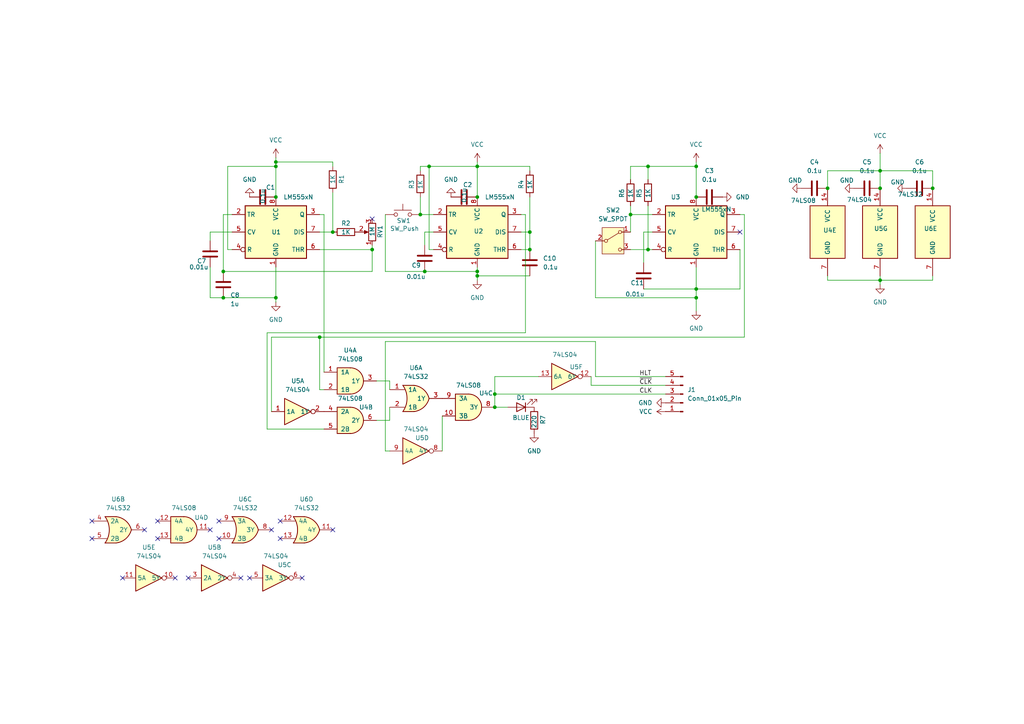
<source format=kicad_sch>
(kicad_sch (version 20231120) (generator "eeschema") (generator_version "8.0")
  (paper "A4")
  (title_block (title "8-bit Computer Clock Module") (date "2024-05-25") (rev "3.0") (company "NTropy"))
  (lib_symbols
    (symbol "74xx:74LS04"
      (property "Reference" "U" (at 0 1.27 0))
      (property "Value" "74LS04" (at 0 -1.27 0))
      (symbol "74LS04_1_0"
        (pin input line (at -7.62 0 0) (length 3.81) (name "1A") (number "1"))
        (pin output inverted (at 7.62 0 180) (length 3.81) (name "1Y") (number "2"))
      )
      (symbol "74LS04_2_0"
        (pin input line (at -7.62 0 0) (length 3.81) (name "2A") (number "3"))
        (pin output inverted (at 7.62 0 180) (length 3.81) (name "2Y") (number "4"))
      )
      (symbol "74LS04_3_0"
        (pin input line (at -7.62 0 0) (length 3.81) (name "3A") (number "5"))
        (pin output inverted (at 7.62 0 180) (length 3.81) (name "3Y") (number "6"))
      )
      (symbol "74LS04_4_0"
        (pin output inverted (at 7.62 0 180) (length 3.81) (name "4Y") (number "8"))
        (pin input line (at -7.62 0 0) (length 3.81) (name "4A") (number "9"))
      )
      (symbol "74LS04_5_0"
        (pin output inverted (at 7.62 0 180) (length 3.81) (name "5Y") (number "10"))
        (pin input line (at -7.62 0 0) (length 3.81) (name "5A") (number "11"))
      )
      (symbol "74LS04_6_0"
        (pin output inverted (at 7.62 0 180) (length 3.81) (name "6Y") (number "12"))
        (pin input line (at -7.62 0 0) (length 3.81) (name "6A") (number "13"))
      )
      (symbol "74LS04_7_0"
        (pin power_in line (at 0 12.7 270) (length 5.08) (name "VCC") (number "14"))
        (pin power_in line (at 0 -12.7 90) (length 5.08) (name "GND") (number "7"))
      )
    )
    (symbol "74xx:74LS08" (pin_names (offset 1.016))
      (property "Reference" "U" (at 0 1.27 0))
      (property "Value" "74LS08" (at 0 -1.27 0))
      (symbol "74LS08_1_1"
        (pin input line (at -7.62 2.54 0) (length 3.81) (name "1A") (number "1"))
        (pin input line (at -7.62 -2.54 0) (length 3.81) (name "1B") (number "2"))
        (pin output line (at 7.62 0 180) (length 3.81) (name "1Y") (number "3"))
      )
      (symbol "74LS08_1_2"
        (pin input inverted (at -7.62 2.54 0) (length 4.318) (name "~") (number "1"))
        (pin input inverted (at -7.62 -2.54 0) (length 4.318) (name "~") (number "2"))
        (pin output inverted (at 7.62 0 180) (length 3.81) (name "~") (number "3"))
      )
      (symbol "74LS08_2_1"
        (pin input line (at -7.62 2.54 0) (length 3.81) (name "2A") (number "4"))
        (pin input line (at -7.62 -2.54 0) (length 3.81) (name "2B") (number "5"))
        (pin input line (at 7.62 0 180) (length 3.81) (name "2Y") (number "6"))
      )
      (symbol "74LS08_2_2"
        (pin input inverted (at -7.62 2.54 0) (length 4.318) (name "~") (number "4"))
        (pin input inverted (at -7.62 -2.54 0) (length 4.318) (name "~") (number "5"))
        (pin output inverted (at 7.62 0 180) (length 3.81) (name "~") (number "6"))
      )
      (symbol "74LS08_3_1"
        (pin input line (at -7.62 -2.54 0) (length 3.81) (name "3B") (number "10"))
        (pin output line (at 7.62 0 180) (length 3.81) (name "3Y") (number "8"))
        (pin input line (at -7.62 2.54 0) (length 3.81) (name "3A") (number "9"))
      )
      (symbol "74LS08_3_2"
        (pin input inverted (at -7.62 -2.54 0) (length 4.318) (name "~") (number "10"))
        (pin output inverted (at 7.62 0 180) (length 3.81) (name "~") (number "8"))
        (pin input inverted (at -7.62 2.54 0) (length 4.318) (name "~") (number "9"))
      )
      (symbol "74LS08_4_1"
        (pin output line (at 7.62 0 180) (length 3.81) (name "4Y") (number "11"))
        (pin input line (at -7.62 2.54 0) (length 3.81) (name "4A") (number "12"))
        (pin input line (at -7.62 -2.54 0) (length 3.81) (name "4B") (number "13"))
      )
      (symbol "74LS08_4_2"
        (pin output inverted (at 7.62 0 180) (length 3.81) (name "~") (number "11"))
        (pin input inverted (at -7.62 2.54 0) (length 4.318) (name "~") (number "12"))
        (pin input inverted (at -7.62 -2.54 0) (length 4.318) (name "~") (number "13"))
      )
      (symbol "74LS08_5_0"
        (pin power_in line (at 0 12.7 270) (length 5.08) (name "VCC") (number "14"))
        (pin power_in line (at 0 -12.7 90) (length 5.08) (name "GND") (number "7"))
      )
    )
    (symbol "74xx:74LS32" (pin_names (offset 1.016))
      (property "Reference" "U" (at 0 1.27 0))
      (property "Value" "74LS32" (at 0 -1.27 0))
      (symbol "74LS32_1_1"
        (pin input line (at -7.62 2.54 0) (length 4.318) (name "1A") (number "1"))
        (pin input line (at -7.62 -2.54 0) (length 4.318) (name "1B") (number "2"))
        (pin output line (at 7.62 0 180) (length 3.81) (name "1Y") (number "3"))
      )
      (symbol "74LS32_1_2"
        (pin input inverted (at -7.62 2.54 0) (length 3.81) (name "~") (number "1"))
        (pin input inverted (at -7.62 -2.54 0) (length 3.81) (name "~") (number "2"))
        (pin output inverted (at 7.62 0 180) (length 3.81) (name "~") (number "3"))
      )
      (symbol "74LS32_2_1"
        (pin input line (at -7.62 2.54 0) (length 4.318) (name "2A") (number "4"))
        (pin input line (at -7.62 -2.54 0) (length 4.318) (name "2B") (number "5"))
        (pin output line (at 7.62 0 180) (length 3.81) (name "2Y") (number "6"))
      )
      (symbol "74LS32_2_2"
        (pin input inverted (at -7.62 2.54 0) (length 3.81) (name "~") (number "4"))
        (pin input inverted (at -7.62 -2.54 0) (length 3.81) (name "~") (number "5"))
        (pin output inverted (at 7.62 0 180) (length 3.81) (name "~") (number "6"))
      )
      (symbol "74LS32_3_1"
        (pin input line (at -7.62 -2.54 0) (length 4.318) (name "3B") (number "10"))
        (pin output line (at 7.62 0 180) (length 3.81) (name "3Y") (number "8"))
        (pin input line (at -7.62 2.54 0) (length 4.318) (name "3A") (number "9"))
      )
      (symbol "74LS32_3_2"
        (pin input inverted (at -7.62 -2.54 0) (length 3.81) (name "~") (number "10"))
        (pin output inverted (at 7.62 0 180) (length 3.81) (name "~") (number "8"))
        (pin input inverted (at -7.62 2.54 0) (length 3.81) (name "~") (number "9"))
      )
      (symbol "74LS32_4_1"
        (pin output line (at 7.62 0 180) (length 3.81) (name "4Y") (number "11"))
        (pin input line (at -7.62 2.54 0) (length 4.318) (name "4A") (number "12"))
        (pin input line (at -7.62 -2.54 0) (length 4.318) (name "4B") (number "13"))
      )
      (symbol "74LS32_4_2"
        (pin output inverted (at 7.62 0 180) (length 3.81) (name "~") (number "11"))
        (pin input inverted (at -7.62 2.54 0) (length 3.81) (name "~") (number "12"))
        (pin input inverted (at -7.62 -2.54 0) (length 3.81) (name "~") (number "13"))
      )
      (symbol "74LS32_5_0"
        (pin power_in line (at 0 12.7 270) (length 5.08) (name "VCC") (number "14"))
        (pin power_in line (at 0 -12.7 90) (length 5.08) (name "GND") (number "7"))
      )
    )
    (symbol "Connector:Conn_01x05_Pin" (pin_names (offset 1.016) hide)
      (property "Reference" "J" (at 0 7.62 0))
      (property "Value" "Conn_01x05_Pin" (at 0 -7.62 0))
      (symbol "Conn_01x05_Pin_1_1"
        (pin passive line (at 5.08 5.08 180) (length 3.81) (name "Pin_1") (number "1"))
        (pin passive line (at 5.08 2.54 180) (length 3.81) (name "Pin_2") (number "2"))
        (pin passive line (at 5.08 0 180) (length 3.81) (name "Pin_3") (number "3"))
        (pin passive line (at 5.08 -2.54 180) (length 3.81) (name "Pin_4") (number "4"))
        (pin passive line (at 5.08 -5.08 180) (length 3.81) (name "Pin_5") (number "5"))
      )
    )
    (symbol "Device:C" (pin_numbers hide) (pin_names (offset 0.254))
      (property "Reference" "C" (at 0.635 2.54 0))
      (property "Value" "C" (at 0.635 -2.54 0))
      (symbol "C_1_1"
        (pin passive line (at 0 3.81 270) (length 2.794) (name "~") (number "1"))
        (pin passive line (at 0 -3.81 90) (length 2.794) (name "~") (number "2"))
      )
    )
    (symbol "Device:LED" (pin_numbers hide) (pin_names (offset 1.016) hide)
      (property "Reference" "D" (at 0 2.54 0))
      (property "Value" "LED" (at 0 -2.54 0))
      (symbol "LED_1_1"
        (pin passive line (at -3.81 0 0) (length 2.54) (name "K") (number "1"))
        (pin passive line (at 3.81 0 180) (length 2.54) (name "A") (number "2"))
      )
    )
    (symbol "Device:R" (pin_numbers hide) (pin_names (offset 0))
      (property "Reference" "R" (at 2.032 0 90))
      (property "Value" "R" (at 0 0 90))
      (symbol "R_1_1"
        (pin passive line (at 0 3.81 270) (length 1.27) (name "~") (number "1"))
        (pin passive line (at 0 -3.81 90) (length 1.27) (name "~") (number "2"))
      )
    )
    (symbol "Device:R_Potentiometer" (pin_names (offset 1.016) hide)
      (property "Reference" "RV" (at -4.445 0 90))
      (property "Value" "R_Potentiometer" (at -2.54 0 90))
      (symbol "R_Potentiometer_1_1"
        (pin passive line (at 0 3.81 270) (length 1.27) (name "1") (number "1"))
        (pin passive line (at 3.81 0 180) (length 1.27) (name "2") (number "2"))
        (pin passive line (at 0 -3.81 90) (length 1.27) (name "3") (number "3"))
      )
    )
    (symbol "Switch:SW_Push" (pin_numbers hide) (pin_names (offset 1.016) hide)
      (property "Reference" "SW" (at 1.27 2.54 0))
      (property "Value" "SW_Push" (at 0 -1.524 0))
      (symbol "SW_Push_0_1"
        (pin passive line (at -5.08 0 0) (length 2.54) (name "1") (number "1"))
        (pin passive line (at 5.08 0 180) (length 2.54) (name "2") (number "2"))
      )
    )
    (symbol "Switch:SW_SPDT" (pin_names (offset 0) hide)
      (property "Reference" "SW" (at 0 5.08 0))
      (property "Value" "SW_SPDT" (at 0 -5.08 0))
      (symbol "SW_SPDT_1_1"
        (pin passive line (at 5.08 2.54 180) (length 2.54) (name "A") (number "1"))
        (pin passive line (at -5.08 0 0) (length 2.54) (name "B") (number "2"))
        (pin passive line (at 5.08 -2.54 180) (length 2.54) (name "C") (number "3"))
      )
    )
    (symbol "Timer:LM555xN"
      (property "Reference" "U" (at -10.16 8.89 0))
      (property "Value" "LM555xN" (at 2.54 8.89 0))
      (symbol "LM555xN_0_0"
        (pin power_in line (at 0 -10.16 90) (length 2.54) (name "GND") (number "1"))
        (pin power_in line (at 0 10.16 270) (length 2.54) (name "VCC") (number "8"))
      )
      (symbol "LM555xN_1_1"
        (pin input line (at -12.7 5.08 0) (length 3.81) (name "TR") (number "2"))
        (pin output line (at 12.7 5.08 180) (length 3.81) (name "Q") (number "3"))
        (pin input inverted (at -12.7 -5.08 0) (length 3.81) (name "R") (number "4"))
        (pin input line (at -12.7 0 0) (length 3.81) (name "CV") (number "5"))
        (pin input line (at 12.7 -5.08 180) (length 3.81) (name "THR") (number "6"))
        (pin input line (at 12.7 0 180) (length 3.81) (name "DIS") (number "7"))
      )
    )
    (symbol "power:GND" (power) (pin_numbers hide) (pin_names (offset 0) hide)
      (property "Value" "GND" (at 0 -3.81 0))
      (symbol "GND_1_1"
        (pin power_in line (at 0 0 270) (length 0) (name "~") (number "1"))
      )
    )
    (symbol "power:VCC" (power) (pin_numbers hide) (pin_names (offset 0) hide)
      (property "Value" "VCC" (at 0 3.556 0))
      (symbol "VCC_1_1"
        (pin power_in line (at 0 0 90) (length 0) (name "~") (number "1"))
      )
    )
  )
  (junction (at 64.77 78.74))
  (junction (at 255.27 81.28))
  (junction (at 201.93 86.36))
  (junction (at 64.77 86.36))
  (junction (at 80.01 46.99))
  (junction (at 124.46 48.26))
  (junction (at 107.95 72.39))
  (junction (at 153.67 72.39))
  (junction (at 182.88 62.23))
  (junction (at 121.92 62.23))
  (junction (at 138.43 57.15))
  (junction (at 143.51 118.11))
  (junction (at 201.93 48.26))
  (junction (at 153.67 67.31))
  (junction (at 138.43 80.01))
  (junction (at 143.51 114.3))
  (junction (at 80.01 86.36))
  (junction (at 138.43 78.74))
  (junction (at 123.19 78.74))
  (junction (at 201.93 83.82))
  (junction (at 187.96 48.26))
  (junction (at 80.01 48.26))
  (junction (at 240.03 54.61))
  (junction (at 255.27 49.53))
  (junction (at 138.43 48.26))
  (junction (at 92.71 97.79))
  (junction (at 255.27 54.61))
  (junction (at 201.93 57.15))
  (junction (at 187.96 72.39))
  (junction (at 80.01 57.15))
  (junction (at 270.51 54.61))
  (junction (at 96.52 67.31))
  (no_connect (at 54.61 167.64))
  (no_connect (at 87.63 167.64))
  (no_connect (at 81.28 151.13))
  (no_connect (at 69.85 167.64))
  (no_connect (at 26.67 151.13))
  (no_connect (at 107.95 63.5))
  (no_connect (at 50.8 167.64))
  (no_connect (at 96.52 153.67))
  (no_connect (at 41.91 153.67))
  (no_connect (at 26.67 156.21))
  (no_connect (at 63.5 156.21))
  (no_connect (at 60.96 153.67))
  (no_connect (at 35.56 167.64))
  (no_connect (at 214.63 67.31))
  (no_connect (at 63.5 151.13))
  (no_connect (at 45.72 151.13))
  (no_connect (at 81.28 156.21))
  (no_connect (at 45.72 156.21))
  (no_connect (at 72.39 167.64))
  (no_connect (at 78.74 153.67))
  (wire (pts (xy 93.98 62.23) (xy 93.98 107.95)))
  (wire (pts (xy 92.71 113.03) (xy 93.98 113.03)))
  (wire (pts (xy 125.73 72.39) (xy 124.46 72.39)))
  (wire (pts (xy 255.27 81.28) (xy 270.51 81.28)))
  (wire (pts (xy 143.51 109.22) (xy 156.21 109.22)))
  (wire (pts (xy 138.43 78.74) (xy 138.43 77.47)))
  (wire (pts (xy 186.69 67.31) (xy 186.69 76.2)))
  (wire (pts (xy 66.04 48.26) (xy 80.01 48.26)))
  (wire (pts (xy 143.51 118.11) (xy 147.32 118.11)))
  (wire (pts (xy 138.43 81.28) (xy 138.43 80.01)))
  (wire (pts (xy 152.4 62.23) (xy 152.4 96.52)))
  (wire (pts (xy 93.98 62.23) (xy 92.71 62.23)))
  (wire (pts (xy 153.67 57.15) (xy 153.67 67.31)))
  (wire (pts (xy 171.45 111.76) (xy 193.04 111.76)))
  (wire (pts (xy 240.03 49.53) (xy 240.03 54.61)))
  (wire (pts (xy 80.01 77.47) (xy 80.01 86.36)))
  (wire (pts (xy 138.43 80.01) (xy 138.43 78.74)))
  (wire (pts (xy 193.04 109.22) (xy 172.72 109.22)))
  (wire (pts (xy 172.72 86.36) (xy 201.93 86.36)))
  (wire (pts (xy 138.43 48.26) (xy 138.43 57.15)))
  (wire (pts (xy 64.77 62.23) (xy 67.31 62.23)))
  (wire (pts (xy 113.03 110.49) (xy 113.03 113.03)))
  (wire (pts (xy 121.92 48.26) (xy 121.92 49.53)))
  (wire (pts (xy 109.22 121.92) (xy 113.03 121.92)))
  (wire (pts (xy 111.76 130.81) (xy 113.03 130.81)))
  (wire (pts (xy 151.13 62.23) (xy 152.4 62.23)))
  (wire (pts (xy 187.96 48.26) (xy 201.93 48.26)))
  (wire (pts (xy 92.71 67.31) (xy 96.52 67.31)))
  (wire (pts (xy 96.52 48.26) (xy 96.52 46.99)))
  (wire (pts (xy 125.73 67.31) (xy 123.19 67.31)))
  (wire (pts (xy 66.04 72.39) (xy 66.04 48.26)))
  (wire (pts (xy 128.27 120.65) (xy 128.27 130.81)))
  (wire (pts (xy 121.92 57.15) (xy 121.92 62.23)))
  (wire (pts (xy 143.51 114.3) (xy 193.04 114.3)))
  (wire (pts (xy 121.92 62.23) (xy 125.73 62.23)))
  (wire (pts (xy 214.63 83.82) (xy 201.93 83.82)))
  (wire (pts (xy 96.52 46.99) (xy 80.01 46.99)))
  (wire (pts (xy 255.27 81.28) (xy 240.03 81.28)))
  (wire (pts (xy 201.93 77.47) (xy 201.93 83.82)))
  (wire (pts (xy 182.88 62.23) (xy 189.23 62.23)))
  (wire (pts (xy 201.93 46.99) (xy 201.93 48.26)))
  (wire (pts (xy 138.43 48.26) (xy 124.46 48.26)))
  (wire (pts (xy 138.43 46.99) (xy 138.43 48.26)))
  (wire (pts (xy 214.63 62.23) (xy 215.9 62.23)))
  (wire (pts (xy 182.88 59.69) (xy 182.88 62.23)))
  (wire (pts (xy 187.96 72.39) (xy 187.96 59.69)))
  (wire (pts (xy 182.88 52.07) (xy 182.88 48.26)))
  (wire (pts (xy 201.93 86.36) (xy 201.93 83.82)))
  (wire (pts (xy 107.95 71.12) (xy 107.95 72.39)))
  (wire (pts (xy 80.01 45.72) (xy 80.01 46.99)))
  (wire (pts (xy 214.63 72.39) (xy 214.63 83.82)))
  (wire (pts (xy 60.96 77.47) (xy 60.96 86.36)))
  (wire (pts (xy 80.01 46.99) (xy 80.01 48.26)))
  (wire (pts (xy 255.27 49.53) (xy 255.27 54.61)))
  (wire (pts (xy 182.88 62.23) (xy 182.88 67.31)))
  (wire (pts (xy 111.76 78.74) (xy 123.19 78.74)))
  (wire (pts (xy 270.51 81.28) (xy 270.51 80.01)))
  (wire (pts (xy 80.01 48.26) (xy 80.01 57.15)))
  (wire (pts (xy 124.46 48.26) (xy 121.92 48.26)))
  (wire (pts (xy 172.72 109.22) (xy 172.72 99.06)))
  (wire (pts (xy 255.27 44.45) (xy 255.27 49.53)))
  (wire (pts (xy 255.27 49.53) (xy 270.51 49.53)))
  (wire (pts (xy 152.4 96.52) (xy 77.47 96.52)))
  (wire (pts (xy 124.46 48.26) (xy 124.46 72.39)))
  (wire (pts (xy 111.76 99.06) (xy 111.76 130.81)))
  (wire (pts (xy 153.67 72.39) (xy 151.13 72.39)))
  (wire (pts (xy 111.76 62.23) (xy 111.76 78.74)))
  (wire (pts (xy 171.45 109.22) (xy 171.45 111.76)))
  (wire (pts (xy 182.88 48.26) (xy 187.96 48.26)))
  (wire (pts (xy 80.01 86.36) (xy 80.01 87.63)))
  (wire (pts (xy 270.51 49.53) (xy 270.51 54.61)))
  (wire (pts (xy 182.88 72.39) (xy 187.96 72.39)))
  (wire (pts (xy 77.47 96.52) (xy 77.47 124.46)))
  (wire (pts (xy 201.93 48.26) (xy 201.93 57.15)))
  (wire (pts (xy 172.72 69.85) (xy 172.72 86.36)))
  (wire (pts (xy 215.9 97.79) (xy 92.71 97.79)))
  (wire (pts (xy 138.43 48.26) (xy 153.67 48.26)))
  (wire (pts (xy 189.23 67.31) (xy 186.69 67.31)))
  (wire (pts (xy 186.69 83.82) (xy 201.93 83.82)))
  (wire (pts (xy 107.95 72.39) (xy 92.71 72.39)))
  (wire (pts (xy 153.67 67.31) (xy 151.13 67.31)))
  (wire (pts (xy 64.77 78.74) (xy 64.77 62.23)))
  (wire (pts (xy 96.52 55.88) (xy 96.52 67.31)))
  (wire (pts (xy 64.77 78.74) (xy 107.95 78.74)))
  (wire (pts (xy 215.9 62.23) (xy 215.9 97.79)))
  (wire (pts (xy 107.95 72.39) (xy 107.95 78.74)))
  (wire (pts (xy 240.03 81.28) (xy 240.03 80.01)))
  (wire (pts (xy 255.27 49.53) (xy 240.03 49.53)))
  (wire (pts (xy 109.22 110.49) (xy 113.03 110.49)))
  (wire (pts (xy 172.72 99.06) (xy 111.76 99.06)))
  (wire (pts (xy 123.19 78.74) (xy 138.43 78.74)))
  (wire (pts (xy 67.31 72.39) (xy 66.04 72.39)))
  (wire (pts (xy 123.19 67.31) (xy 123.19 71.12)))
  (wire (pts (xy 143.51 114.3) (xy 143.51 109.22)))
  (wire (pts (xy 255.27 81.28) (xy 255.27 82.55)))
  (wire (pts (xy 255.27 80.01) (xy 255.27 81.28)))
  (wire (pts (xy 60.96 67.31) (xy 67.31 67.31)))
  (wire (pts (xy 60.96 69.85) (xy 60.96 67.31)))
  (wire (pts (xy 92.71 97.79) (xy 78.74 97.79)))
  (wire (pts (xy 153.67 72.39) (xy 153.67 67.31)))
  (wire (pts (xy 60.96 86.36) (xy 64.77 86.36)))
  (wire (pts (xy 77.47 124.46) (xy 93.98 124.46)))
  (wire (pts (xy 187.96 52.07) (xy 187.96 48.26)))
  (wire (pts (xy 78.74 97.79) (xy 78.74 119.38)))
  (wire (pts (xy 138.43 80.01) (xy 153.67 80.01)))
  (wire (pts (xy 189.23 72.39) (xy 187.96 72.39)))
  (wire (pts (xy 64.77 86.36) (xy 80.01 86.36)))
  (wire (pts (xy 143.51 118.11) (xy 143.51 114.3)))
  (wire (pts (xy 113.03 121.92) (xy 113.03 118.11)))
  (wire (pts (xy 92.71 97.79) (xy 92.71 113.03)))
  (wire (pts (xy 153.67 49.53) (xy 153.67 48.26)))
  (wire (pts (xy 201.93 90.17) (xy 201.93 86.36)))
  (label "CLK" (at 185.42 114.3 0))
  (label "~{CLK}" (at 185.42 111.76 0))
  (label "HLT" (at 185.42 109.22 0))
  (symbol (lib_id "Device:R") (at 121.92 53.34 0) (unit 1)
    (property "Reference" "R3" (at 119.38 54.864 90) (effects (justify left)))
    (property "Value" "1K" (at 121.92 54.864 90) (effects (justify left)))
    (property "Footprint" "Resistor_THT:R_Axial_DIN0204_L3.6mm_D1.6mm_P2.54mm_Vertical" (effects (hide yes)))
    (property "Description" "Resistor" (effects (hide yes)))
    (property "Sim.Device" "R" (effects (hide yes)))
    (property "Sim.Pins" "1=+ 2=-" (effects (hide yes)))
  )
  (symbol (lib_id "Device:R_Potentiometer") (at 107.95 67.31 180) (unit 1)
    (property "Reference" "RV1" (at 110.236 69.088 90) (effects (justify right)))
    (property "Value" "1M" (at 107.95 68.58 90) (effects (justify right)))
    (property "Footprint" "Potentiometer_THT:Potentiometer_Alpha_RD901F-40-00D_Single_Vertical" (effects (hide yes)))
    (property "Description" "Potentiometer" (effects (hide yes)))
    (property "Sim.Device" "R" (effects (hide yes)))
    (property "Sim.Pins" "1=- 2=+" (effects (hide yes)))
    (property "Sim.Params" "r=1M" (effects (hide yes)))
  )
  (symbol (lib_id "Device:C") (at 251.46 54.61 90) (unit 1)
    (property "Reference" "C5" (at 251.46 46.99 90))
    (property "Value" "0.1u" (at 251.46 49.53 90))
    (property "Footprint" "Capacitor_THT:C_Disc_D3.0mm_W1.6mm_P2.50mm" (effects (hide yes)))
    (property "Description" "Unpolarized capacitor" (effects (hide yes)))
    (property "Sim.Device" "C" (effects (hide yes)))
    (property "Sim.Pins" "1=+ 2=-" (effects (hide yes)))
  )
  (symbol (lib_id "Device:C") (at 186.69 80.01 0) (unit 1)
    (property "Reference" "C11" (at 182.88 82.042 0) (effects (justify left)))
    (property "Value" "0.01u" (at 181.356 85.344 0) (effects (justify left)))
    (property "Footprint" "Capacitor_THT:C_Disc_D3.0mm_W1.6mm_P2.50mm" (effects (hide yes)))
    (property "Description" "Unpolarized capacitor" (effects (hide yes)))
    (property "Sim.Device" "C" (effects (hide yes)))
    (property "Sim.Pins" "1=+ 2=-" (effects (hide yes)))
  )
  (symbol (lib_id "power:VCC") (at 80.01 45.72 0) (unit 1)
    (property "Reference" "#PWR01" (effects (hide yes)))
    (property "Value" "VCC" (at 80.01 40.64 0))
    (property "Description" "Power symbol creates a global label with name \"VCC\"" (effects (hide yes)))
  )
  (symbol (lib_id "Device:C") (at 60.96 73.66 0) (unit 1)
    (property "Reference" "C7" (at 57.15 75.692 0) (effects (justify left)))
    (property "Value" "0.01u" (at 54.864 77.47 0) (effects (justify left)))
    (property "Footprint" "Capacitor_THT:C_Disc_D3.0mm_W1.6mm_P2.50mm" (effects (hide yes)))
    (property "Description" "Unpolarized capacitor" (effects (hide yes)))
    (property "Sim.Device" "C" (effects (hide yes)))
    (property "Sim.Pins" "1=+ 2=-" (effects (hide yes)))
  )
  (symbol (lib_id "74xx:74LS04") (at 163.83 109.22 0) (unit 6)
    (property "Reference" "U5" (at 167.132 106.426 0))
    (property "Value" "74LS04" (at 163.83 102.87 0))
    (property "Footprint" "Package_DIP:DIP-14_W7.62mm_Socket" (effects (hide yes)))
    (property "Datasheet" "http://www.ti.com/lit/gpn/sn74LS04" (effects (hide yes)))
    (property "Description" "Hex Inverter" (effects (hide yes)))
    (property "Sim.Library" "D:\\Documents\\Circuits\\8bc\\8bc_clock\\lib\\sn74ls04.cir" (effects (hide yes)))
    (property "Sim.Name" "SN74LS04" (effects (hide yes)))
    (property "Sim.Device" "SUBCKT" (effects (hide yes)))
    (property "Sim.Pins" "1=1A 2=1Y 3=2A 4=2Y 5=3A 6=3Y 7=GND 8=4Y 9=4A 10=5Y 11=5A 12=6Y 13=6A 14=VCC" (effects (hide yes)))
  )
  (symbol (lib_id "power:GND") (at 138.43 81.28 0) (unit 1)
    (property "Reference" "#PWR05" (effects (hide yes)))
    (property "Value" "GND" (at 138.43 86.36 0))
    (property "Description" "Power symbol creates a global label with name \"GND\" , ground" (effects (hide yes)))
  )
  (symbol (lib_id "power:GND") (at 193.04 116.84 270) (unit 1)
    (property "Reference" "#PWR011" (effects (hide yes)))
    (property "Value" "GND" (at 189.23 116.8399 90) (effects (justify right)))
    (property "Description" "Power symbol creates a global label with name \"GND\" , ground" (effects (hide yes)))
  )
  (symbol (lib_id "power:GND") (at 154.94 125.73 0) (unit 1)
    (property "Reference" "#PWR09" (effects (hide yes)))
    (property "Value" "GND" (at 154.94 130.81 0))
    (property "Description" "Power symbol creates a global label with name \"GND\" , ground" (effects (hide yes)))
  )
  (symbol (lib_id "74xx:74LS04") (at 120.65 130.81 0) (unit 4)
    (property "Reference" "U5" (at 122.428 127 0))
    (property "Value" "74LS04" (at 120.65 124.46 0))
    (property "Footprint" "Package_DIP:DIP-14_W7.62mm_Socket" (effects (hide yes)))
    (property "Datasheet" "http://www.ti.com/lit/gpn/sn74LS04" (effects (hide yes)))
    (property "Description" "Hex Inverter" (effects (hide yes)))
    (property "Sim.Library" "D:\\Documents\\Circuits\\8bc\\8bc_clock\\lib\\sn74ls04.cir" (effects (hide yes)))
    (property "Sim.Name" "SN74LS04" (effects (hide yes)))
    (property "Sim.Device" "SUBCKT" (effects (hide yes)))
    (property "Sim.Pins" "1=1A 2=1Y 3=2A 4=2Y 5=3A 6=3Y 7=GND 8=4Y 9=4A 10=5Y 11=5A 12=6Y 13=6A 14=VCC" (effects (hide yes)))
  )
  (symbol (lib_id "74xx:74LS04") (at 62.23 167.64 0) (unit 2)
    (property "Reference" "U5" (at 62.23 158.75 0))
    (property "Value" "74LS04" (at 62.23 161.29 0))
    (property "Footprint" "Package_DIP:DIP-14_W7.62mm_Socket" (effects (hide yes)))
    (property "Datasheet" "http://www.ti.com/lit/gpn/sn74LS04" (effects (hide yes)))
    (property "Description" "Hex Inverter" (effects (hide yes)))
    (property "Sim.Library" "D:\\Documents\\Circuits\\8bc\\8bc_clock\\lib\\sn74ls04.cir" (effects (hide yes)))
    (property "Sim.Name" "SN74LS04" (effects (hide yes)))
    (property "Sim.Device" "SUBCKT" (effects (hide yes)))
    (property "Sim.Pins" "1=1A 2=1Y 3=2A 4=2Y 5=3A 6=3Y 7=GND 8=4Y 9=4A 10=5Y 11=5A 12=6Y 13=6A 14=VCC" (effects (hide yes)))
  )
  (symbol (lib_id "74xx:74LS04") (at 255.27 67.31 0) (unit 7)
    (property "Reference" "U5" (at 253.492 66.294 0) (effects (justify left)))
    (property "Value" "74LS04" (at 245.618 57.912 0) (effects (justify left)))
    (property "Footprint" "Package_DIP:DIP-14_W7.62mm_Socket" (effects (hide yes)))
    (property "Datasheet" "http://www.ti.com/lit/gpn/sn74LS04" (effects (hide yes)))
    (property "Description" "Hex Inverter" (effects (hide yes)))
    (property "Sim.Library" "D:\\Documents\\Circuits\\8bc\\8bc_clock\\lib\\sn74ls04.cir" (effects (hide yes)))
    (property "Sim.Name" "SN74LS04" (effects (hide yes)))
    (property "Sim.Device" "SUBCKT" (effects (hide yes)))
    (property "Sim.Pins" "1=1A 2=1Y 3=2A 4=2Y 5=3A 6=3Y 7=GND 8=4Y 9=4A 10=5Y 11=5A 12=6Y 13=6A 14=VCC" (effects (hide yes)))
  )
  (symbol (lib_id "Device:R") (at 153.67 53.34 0) (unit 1)
    (property "Reference" "R4" (at 151.13 54.864 90) (effects (justify left)))
    (property "Value" "1K" (at 153.67 54.864 90) (effects (justify left)))
    (property "Footprint" "Resistor_THT:R_Axial_DIN0204_L3.6mm_D1.6mm_P2.54mm_Vertical" (effects (hide yes)))
    (property "Description" "Resistor" (effects (hide yes)))
    (property "Sim.Device" "R" (effects (hide yes)))
    (property "Sim.Pins" "1=+ 2=-" (effects (hide yes)))
  )
  (symbol (lib_id "74xx:74LS08") (at 135.89 118.11 0) (unit 3)
    (property "Reference" "U4" (at 140.97 114.046 0))
    (property "Value" "74LS08" (at 135.8817 111.76 0))
    (property "Footprint" "Package_DIP:DIP-14_W7.62mm_Socket" (effects (hide yes)))
    (property "Datasheet" "http://www.ti.com/lit/gpn/sn74LS08" (effects (hide yes)))
    (property "Description" "Quad And2" (effects (hide yes)))
    (property "Sim.Library" "D:\\Documents\\Circuits\\8bc\\8bc_clock\\lib\\sn74ls08.cir" (effects (hide yes)))
    (property "Sim.Name" "SN74LS08" (effects (hide yes)))
    (property "Sim.Device" "SUBCKT" (effects (hide yes)))
    (property "Sim.Pins" "1=1A 2=1B 3=1Y 4=2A 5=2B 6=2Y 7=GND 8=3Y 9=3A 10=3B 11=4Y 12=4A 13=4B 14=VCC" (effects (hide yes)))
  )
  (symbol (lib_id "Device:C") (at 205.74 57.15 270) (unit 1)
    (property "Reference" "C3" (at 205.74 49.53 90))
    (property "Value" "0.1u" (at 205.74 52.07 90))
    (property "Footprint" "Capacitor_THT:C_Disc_D3.0mm_W1.6mm_P2.50mm" (effects (hide yes)))
    (property "Description" "Unpolarized capacitor" (effects (hide yes)))
    (property "Sim.Device" "C" (effects (hide yes)))
    (property "Sim.Pins" "1=+ 2=-" (effects (hide yes)))
  )
  (symbol (lib_id "power:GND") (at 247.65 54.61 270) (unit 1)
    (property "Reference" "#PWR014" (effects (hide yes)))
    (property "Value" "GND" (at 247.65 52.324 90) (effects (justify right)))
    (property "Description" "Power symbol creates a global label with name \"GND\" , ground" (effects (hide yes)))
  )
  (symbol (lib_id "Connector:Conn_01x05_Pin") (at 198.12 114.3 180) (unit 1) (exclude_from_sim yes)
    (property "Reference" "J1" (at 199.39 113.0299 0) (effects (justify right)))
    (property "Value" "Conn_01x05_Pin" (at 199.39 115.5699 0) (effects (justify right)))
    (property "Footprint" "Connector_PinHeader_2.00mm:PinHeader_1x05_P2.00mm_Vertical" (effects (hide yes)))
    (property "Description" "Generic connector, single row, 01x05, script generated" (effects (hide yes)))
  )
  (symbol (lib_id "74xx:74LS32") (at 34.29 153.67 0) (unit 2)
    (property "Reference" "U6" (at 34.29 144.78 0))
    (property "Value" "74LS32" (at 34.29 147.32 0))
    (property "Footprint" "Package_DIP:DIP-14_W7.62mm_Socket" (effects (hide yes)))
    (property "Datasheet" "http://www.ti.com/lit/gpn/sn74LS32" (effects (hide yes)))
    (property "Description" "Quad 2-input OR" (effects (hide yes)))
    (property "Sim.Library" "D:\\Documents\\Circuits\\8bc\\8bc_clock\\lib\\sn74ls32.cir" (effects (hide yes)))
    (property "Sim.Name" "SN74LS32" (effects (hide yes)))
    (property "Sim.Device" "SUBCKT" (effects (hide yes)))
    (property "Sim.Pins" "1=1A 2=1B 3=1Y 4=2A 5=2B 6=2Y 7=GND 8=3Y 9=3A 10=3B 11=4Y 12=4A 13=4B 14=VCC" (effects (hide yes)))
  )
  (symbol (lib_id "74xx:74LS32") (at 270.51 67.31 0) (unit 5)
    (property "Reference" "U6" (at 267.97 66.294 0) (effects (justify left)))
    (property "Value" "74LS32" (at 260.35 56.388 0) (effects (justify left)))
    (property "Footprint" "Package_DIP:DIP-14_W7.62mm_Socket" (effects (hide yes)))
    (property "Datasheet" "http://www.ti.com/lit/gpn/sn74LS32" (effects (hide yes)))
    (property "Description" "Quad 2-input OR" (effects (hide yes)))
    (property "Sim.Library" "D:\\Documents\\Circuits\\8bc\\8bc_clock\\lib\\sn74ls32.cir" (effects (hide yes)))
    (property "Sim.Name" "SN74LS32" (effects (hide yes)))
    (property "Sim.Device" "SUBCKT" (effects (hide yes)))
    (property "Sim.Pins" "1=1A 2=1B 3=1Y 4=2A 5=2B 6=2Y 7=GND 8=3Y 9=3A 10=3B 11=4Y 12=4A 13=4B 14=VCC" (effects (hide yes)))
  )
  (symbol (lib_id "Device:R") (at 182.88 55.88 0) (unit 1)
    (property "Reference" "R6" (at 180.34 57.404 90) (effects (justify left)))
    (property "Value" "1K" (at 182.88 57.404 90) (effects (justify left)))
    (property "Footprint" "Resistor_THT:R_Axial_DIN0204_L3.6mm_D1.6mm_P2.54mm_Vertical" (effects (hide yes)))
    (property "Description" "Resistor" (effects (hide yes)))
    (property "Sim.Device" "R" (effects (hide yes)))
    (property "Sim.Pins" "1=+ 2=-" (effects (hide yes)))
  )
  (symbol (lib_id "Device:C") (at 153.67 76.2 0) (unit 1)
    (property "Reference" "C10" (at 157.48 74.9299 0) (effects (justify left)))
    (property "Value" "0.1u" (at 157.48 77.4699 0) (effects (justify left)))
    (property "Footprint" "Capacitor_THT:C_Disc_D3.0mm_W1.6mm_P2.50mm" (effects (hide yes)))
    (property "Description" "Unpolarized capacitor" (effects (hide yes)))
    (property "Sim.Device" "C" (effects (hide yes)))
    (property "Sim.Pins" "1=+ 2=-" (effects (hide yes)))
  )
  (symbol (lib_id "power:VCC") (at 201.93 46.99 0) (unit 1)
    (property "Reference" "#PWR03" (effects (hide yes)))
    (property "Value" "VCC" (at 201.93 41.91 0))
    (property "Description" "Power symbol creates a global label with name \"VCC\"" (effects (hide yes)))
  )
  (symbol (lib_id "Device:C") (at 64.77 82.55 0) (unit 1)
    (property "Reference" "C8" (at 66.802 85.598 0) (effects (justify left)))
    (property "Value" "1u" (at 66.802 88.138 0) (effects (justify left)))
    (property "Footprint" "Capacitor_THT:C_Disc_D3.0mm_W1.6mm_P2.50mm" (effects (hide yes)))
    (property "Description" "Unpolarized capacitor" (effects (hide yes)))
    (property "Sim.Device" "C" (effects (hide yes)))
    (property "Sim.Pins" "1=+ 2=-" (effects (hide yes)))
  )
  (symbol (lib_id "Device:C") (at 76.2 57.15 90) (unit 1)
    (property "Reference" "C1" (at 78.486 54.356 90))
    (property "Value" "0.1u" (at 76.2 56.896 0))
    (property "Footprint" "Capacitor_THT:C_Disc_D3.0mm_W1.6mm_P2.50mm" (effects (hide yes)))
    (property "Description" "Unpolarized capacitor" (effects (hide yes)))
    (property "Sim.Device" "C" (effects (hide yes)))
    (property "Sim.Pins" "1=+ 2=-" (effects (hide yes)))
  )
  (symbol (lib_id "74xx:74LS08") (at 240.03 67.31 0) (unit 5)
    (property "Reference" "U4" (at 238.76 66.802 0) (effects (justify left)))
    (property "Value" "74LS08" (at 229.362 58.166 0) (effects (justify left)))
    (property "Footprint" "Package_DIP:DIP-14_W7.62mm_Socket" (effects (hide yes)))
    (property "Datasheet" "http://www.ti.com/lit/gpn/sn74LS08" (effects (hide yes)))
    (property "Description" "Quad And2" (effects (hide yes)))
    (property "Sim.Library" "D:\\Documents\\Circuits\\8bc\\8bc_clock\\lib\\sn74ls08.cir" (effects (hide yes)))
    (property "Sim.Name" "SN74LS08" (effects (hide yes)))
    (property "Sim.Device" "SUBCKT" (effects (hide yes)))
    (property "Sim.Pins" "1=1A 2=1B 3=1Y 4=2A 5=2B 6=2Y 7=GND 8=3Y 9=3A 10=3B 11=4Y 12=4A 13=4B 14=VCC" (effects (hide yes)))
  )
  (symbol (lib_id "Device:LED") (at 151.13 118.11 180) (unit 1) (exclude_from_sim yes)
    (property "Reference" "D1" (at 151.13 115.316 0))
    (property "Value" "BLUE	" (at 153.67 121.158 0))
    (property "Footprint" "LED_THT:LED_D3.0mm" (effects (hide yes)))
    (property "Description" "Light emitting diode" (effects (hide yes)))
  )
  (symbol (lib_id "Device:R") (at 96.52 52.07 0) (unit 1)
    (property "Reference" "R1" (at 99.06 53.34 90) (effects (justify left)))
    (property "Value" "1K" (at 96.52 53.34 90) (effects (justify left)))
    (property "Footprint" "Resistor_THT:R_Axial_DIN0204_L3.6mm_D1.6mm_P2.54mm_Vertical" (effects (hide yes)))
    (property "Description" "Resistor" (effects (hide yes)))
    (property "Sim.Device" "R" (effects (hide yes)))
    (property "Sim.Pins" "1=+ 2=-" (effects (hide yes)))
  )
  (symbol (lib_id "power:VCC") (at 255.27 44.45 0) (unit 1)
    (property "Reference" "#PWR07" (effects (hide yes)))
    (property "Value" "VCC" (at 255.27 39.37 0))
    (property "Description" "Power symbol creates a global label with name \"VCC\"" (effects (hide yes)))
  )
  (symbol (lib_id "power:GND") (at 209.55 57.15 90) (unit 1)
    (property "Reference" "#PWR012" (effects (hide yes)))
    (property "Value" "GND" (at 213.36 57.1499 90) (effects (justify right)))
    (property "Description" "Power symbol creates a global label with name \"GND\" , ground" (effects (hide yes)))
  )
  (symbol (lib_id "power:GND") (at 130.81 57.15 180) (unit 1)
    (property "Reference" "#PWR016" (effects (hide yes)))
    (property "Value" "GND" (at 130.81 52.07 0))
    (property "Description" "Power symbol creates a global label with name \"GND\" , ground" (effects (hide yes)))
  )
  (symbol (lib_id "power:GND") (at 232.41 54.61 270) (unit 1)
    (property "Reference" "#PWR013" (effects (hide yes)))
    (property "Value" "GND" (at 232.664 52.324 90) (effects (justify right)))
    (property "Description" "Power symbol creates a global label with name \"GND\" , ground" (effects (hide yes)))
  )
  (symbol (lib_id "Timer:LM555xN") (at 138.43 67.31 0) (unit 1)
    (property "Reference" "U2" (at 137.414 67.056 0) (effects (justify left)))
    (property "Value" "LM555xN" (at 140.6241 57.15 0) (effects (justify left)))
    (property "Footprint" "Package_DIP:DIP-8_W7.62mm" (effects (hide yes)))
    (property "Datasheet" "http://www.ti.com/lit/ds/symlink/lm555.pdf" (effects (hide yes)))
    (property "Description" "Timer, 555 compatible, PDIP-8" (effects (hide yes)))
    (property "Sim.Library" "D:\\Documents\\Circuits\\8bc\\8bc_clock\\lib\\lm555n.cir" (effects (hide yes)))
    (property "Sim.Name" "LM555N" (effects (hide yes)))
    (property "Sim.Device" "SUBCKT" (effects (hide yes)))
    (property "Sim.Pins" "1=GND 2=TR 3=Q 4=R 5=CV 6=THR 7=DIS 8=VCC" (effects (hide yes)))
  )
  (symbol (lib_id "power:GND") (at 262.89 54.61 270) (unit 1)
    (property "Reference" "#PWR015" (effects (hide yes)))
    (property "Value" "GND" (at 262.382 52.832 90) (effects (justify right)))
    (property "Description" "Power symbol creates a global label with name \"GND\" , ground" (effects (hide yes)))
  )
  (symbol (lib_id "Timer:LM555xN") (at 80.01 67.31 0) (unit 1)
    (property "Reference" "U1" (at 78.74 67.31 0) (effects (justify left)))
    (property "Value" "LM555xN" (at 82.2041 57.15 0) (effects (justify left)))
    (property "Footprint" "Package_DIP:DIP-8_W7.62mm" (effects (hide yes)))
    (property "Datasheet" "http://www.ti.com/lit/ds/symlink/lm555.pdf" (effects (hide yes)))
    (property "Description" "Timer, 555 compatible, PDIP-8" (effects (hide yes)))
    (property "Sim.Library" "D:\\Documents\\Circuits\\8bc\\8bc_clock\\lib\\lm555n.cir" (effects (hide yes)))
    (property "Sim.Name" "LM555N" (effects (hide yes)))
    (property "Sim.Device" "SUBCKT" (effects (hide yes)))
    (property "Sim.Pins" "1=GND 2=TR 3=Q 4=R 5=CV 6=THR 7=DIS 8=VCC" (effects (hide yes)))
  )
  (symbol (lib_id "Switch:SW_Push") (at 116.84 62.23 0) (unit 1) (exclude_from_sim yes)
    (property "Reference" "SW1" (at 117.094 64.008 0))
    (property "Value" "SW_Push" (at 117.348 66.294 0))
    (property "Footprint" "Button_Switch_THT:SW_PUSH_1P1T_6x3.5mm_H5.0_APEM_MJTP1250" (effects (hide yes)))
    (property "Description" "Push button switch, generic, two pins" (effects (hide yes)))
    (property "Sim.Device" "SW" (effects (hide yes)))
    (property "Sim.Type" "V" (effects (hide yes)))
    (property "Sim.Pins" "1=ctrl+ 2=ctrl-" (effects (hide yes)))
  )
  (symbol (lib_id "74xx:74LS08") (at 101.6 110.49 0) (unit 1)
    (property "Reference" "U4" (at 101.5917 101.6 0))
    (property "Value" "74LS08" (at 101.5917 104.14 0))
    (property "Footprint" "Package_DIP:DIP-14_W7.62mm_Socket" (effects (hide yes)))
    (property "Datasheet" "http://www.ti.com/lit/gpn/sn74LS08" (effects (hide yes)))
    (property "Description" "Quad And2" (effects (hide yes)))
    (property "Sim.Library" "D:\\Documents\\Circuits\\8bc\\8bc_clock\\lib\\sn74ls08.cir" (effects (hide yes)))
    (property "Sim.Name" "SN74LS08" (effects (hide yes)))
    (property "Sim.Device" "SUBCKT" (effects (hide yes)))
    (property "Sim.Pins" "1=1A 2=1B 3=1Y 4=2A 5=2B 6=2Y 7=GND 8=3Y 9=3A 10=3B 11=4Y 12=4A 13=4B 14=VCC" (effects (hide yes)))
  )
  (symbol (lib_id "74xx:74LS08") (at 53.34 153.67 0) (unit 4)
    (property "Reference" "U4" (at 58.42 150.114 0))
    (property "Value" "74LS08" (at 53.3317 147.32 0))
    (property "Footprint" "Package_DIP:DIP-14_W7.62mm_Socket" (effects (hide yes)))
    (property "Datasheet" "http://www.ti.com/lit/gpn/sn74LS08" (effects (hide yes)))
    (property "Description" "Quad And2" (effects (hide yes)))
    (property "Sim.Library" "D:\\Documents\\Circuits\\8bc\\8bc_clock\\lib\\sn74ls08.cir" (effects (hide yes)))
    (property "Sim.Name" "SN74LS08" (effects (hide yes)))
    (property "Sim.Device" "SUBCKT" (effects (hide yes)))
    (property "Sim.Pins" "1=1A 2=1B 3=1Y 4=2A 5=2B 6=2Y 7=GND 8=3Y 9=3A 10=3B 11=4Y 12=4A 13=4B 14=VCC" (effects (hide yes)))
  )
  (symbol (lib_id "Device:C") (at 134.62 57.15 90) (unit 1)
    (property "Reference" "C2" (at 135.636 53.594 90))
    (property "Value" "0.1u" (at 134.62 56.642 0))
    (property "Footprint" "Capacitor_THT:C_Disc_D3.0mm_W1.6mm_P2.50mm" (effects (hide yes)))
    (property "Description" "Unpolarized capacitor" (effects (hide yes)))
    (property "Sim.Device" "C" (effects (hide yes)))
    (property "Sim.Pins" "1=+ 2=-" (effects (hide yes)))
  )
  (symbol (lib_id "power:GND") (at 72.39 57.15 180) (unit 1)
    (property "Reference" "#PWR017" (effects (hide yes)))
    (property "Value" "GND" (at 72.39 52.07 0))
    (property "Description" "Power symbol creates a global label with name \"GND\" , ground" (effects (hide yes)))
  )
  (symbol (lib_id "power:GND") (at 255.27 82.55 0) (unit 1)
    (property "Reference" "#PWR08" (effects (hide yes)))
    (property "Value" "GND" (at 255.27 87.63 0))
    (property "Description" "Power symbol creates a global label with name \"GND\" , ground" (effects (hide yes)))
  )
  (symbol (lib_id "power:VCC") (at 138.43 46.99 0) (unit 1)
    (property "Reference" "#PWR02" (effects (hide yes)))
    (property "Value" "VCC" (at 138.43 41.91 0))
    (property "Description" "Power symbol creates a global label with name \"VCC\"" (effects (hide yes)))
  )
  (symbol (lib_id "74xx:74LS04") (at 86.36 119.38 0) (unit 1)
    (property "Reference" "U5" (at 86.36 110.49 0))
    (property "Value" "74LS04" (at 86.36 113.03 0))
    (property "Footprint" "Package_DIP:DIP-14_W7.62mm_Socket" (effects (hide yes)))
    (property "Datasheet" "http://www.ti.com/lit/gpn/sn74LS04" (effects (hide yes)))
    (property "Description" "Hex Inverter" (effects (hide yes)))
    (property "Sim.Library" "D:\\Documents\\Circuits\\8bc\\8bc_clock\\lib\\sn74ls04.cir" (effects (hide yes)))
    (property "Sim.Name" "SN74LS04" (effects (hide yes)))
    (property "Sim.Device" "SUBCKT" (effects (hide yes)))
    (property "Sim.Pins" "1=1A 2=1Y 3=2A 4=2Y 5=3A 6=3Y 7=GND 8=4Y 9=4A 10=5Y 11=5A 12=6Y 13=6A 14=VCC" (effects (hide yes)))
  )
  (symbol (lib_id "power:GND") (at 80.01 87.63 0) (unit 1)
    (property "Reference" "#PWR04" (effects (hide yes)))
    (property "Value" "GND" (at 80.01 92.71 0))
    (property "Description" "Power symbol creates a global label with name \"GND\" , ground" (effects (hide yes)))
  )
  (symbol (lib_id "Device:C") (at 236.22 54.61 90) (unit 1)
    (property "Reference" "C4" (at 236.22 46.99 90))
    (property "Value" "0.1u" (at 236.22 49.53 90))
    (property "Footprint" "Capacitor_THT:C_Disc_D3.0mm_W1.6mm_P2.50mm" (effects (hide yes)))
    (property "Description" "Unpolarized capacitor" (effects (hide yes)))
    (property "Sim.Device" "C" (effects (hide yes)))
    (property "Sim.Pins" "1=+ 2=-" (effects (hide yes)))
  )
  (symbol (lib_id "Device:R") (at 100.33 67.31 90) (unit 1)
    (property "Reference" "R2" (at 100.33 64.77 90))
    (property "Value" "1K" (at 100.33 67.31 90))
    (property "Footprint" "Resistor_THT:R_Axial_DIN0204_L3.6mm_D1.6mm_P2.54mm_Vertical" (effects (hide yes)))
    (property "Description" "Resistor" (effects (hide yes)))
    (property "Sim.Device" "R" (effects (hide yes)))
    (property "Sim.Pins" "1=+ 2=-" (effects (hide yes)))
  )
  (symbol (lib_id "74xx:74LS04") (at 80.01 167.64 0) (unit 3)
    (property "Reference" "U5" (at 82.55 163.83 0))
    (property "Value" "74LS04" (at 80.01 161.29 0))
    (property "Footprint" "Package_DIP:DIP-14_W7.62mm_Socket" (effects (hide yes)))
    (property "Datasheet" "http://www.ti.com/lit/gpn/sn74LS04" (effects (hide yes)))
    (property "Description" "Hex Inverter" (effects (hide yes)))
    (property "Sim.Library" "D:\\Documents\\Circuits\\8bc\\8bc_clock\\lib\\sn74ls04.cir" (effects (hide yes)))
    (property "Sim.Name" "SN74LS04" (effects (hide yes)))
    (property "Sim.Device" "SUBCKT" (effects (hide yes)))
    (property "Sim.Pins" "1=1A 2=1Y 3=2A 4=2Y 5=3A 6=3Y 7=GND 8=4Y 9=4A 10=5Y 11=5A 12=6Y 13=6A 14=VCC" (effects (hide yes)))
  )
  (symbol (lib_id "Device:R") (at 154.94 121.92 180) (unit 1)
    (property "Reference" "R7" (at 157.48 120.396 90) (effects (justify left)))
    (property "Value" "220" (at 154.94 120.396 90) (effects (justify left)))
    (property "Footprint" "Resistor_THT:R_Axial_DIN0204_L3.6mm_D1.6mm_P2.54mm_Vertical" (effects (hide yes)))
    (property "Description" "Resistor" (effects (hide yes)))
    (property "Sim.Device" "R" (effects (hide yes)))
    (property "Sim.Pins" "1=+ 2=-" (effects (hide yes)))
  )
  (symbol (lib_id "power:GND") (at 201.93 90.17 0) (unit 1)
    (property "Reference" "#PWR06" (effects (hide yes)))
    (property "Value" "GND" (at 201.93 95.25 0))
    (property "Description" "Power symbol creates a global label with name \"GND\" , ground" (effects (hide yes)))
  )
  (symbol (lib_id "74xx:74LS32") (at 71.12 153.67 0) (unit 3)
    (property "Reference" "U6" (at 71.12 144.78 0))
    (property "Value" "74LS32" (at 71.12 147.32 0))
    (property "Footprint" "Package_DIP:DIP-14_W7.62mm_Socket" (effects (hide yes)))
    (property "Datasheet" "http://www.ti.com/lit/gpn/sn74LS32" (effects (hide yes)))
    (property "Description" "Quad 2-input OR" (effects (hide yes)))
    (property "Sim.Library" "D:\\Documents\\Circuits\\8bc\\8bc_clock\\lib\\sn74ls32.cir" (effects (hide yes)))
    (property "Sim.Name" "SN74LS32" (effects (hide yes)))
    (property "Sim.Device" "SUBCKT" (effects (hide yes)))
    (property "Sim.Pins" "1=1A 2=1B 3=1Y 4=2A 5=2B 6=2Y 7=GND 8=3Y 9=3A 10=3B 11=4Y 12=4A 13=4B 14=VCC" (effects (hide yes)))
  )
  (symbol (lib_id "Device:C") (at 266.7 54.61 90) (unit 1)
    (property "Reference" "C6" (at 266.7 46.99 90))
    (property "Value" "0.1u" (at 266.7 49.53 90))
    (property "Footprint" "Capacitor_THT:C_Disc_D3.0mm_W1.6mm_P2.50mm" (effects (hide yes)))
    (property "Description" "Unpolarized capacitor" (effects (hide yes)))
    (property "Sim.Device" "C" (effects (hide yes)))
    (property "Sim.Pins" "1=+ 2=-" (effects (hide yes)))
  )
  (symbol (lib_id "Device:R") (at 187.96 55.88 0) (unit 1)
    (property "Reference" "R5" (at 185.42 57.404 90) (effects (justify left)))
    (property "Value" "1K" (at 187.96 57.404 90) (effects (justify left)))
    (property "Footprint" "Resistor_THT:R_Axial_DIN0204_L3.6mm_D1.6mm_P2.54mm_Vertical" (effects (hide yes)))
    (property "Description" "Resistor" (effects (hide yes)))
    (property "Sim.Device" "R" (effects (hide yes)))
    (property "Sim.Pins" "1=+ 2=-" (effects (hide yes)))
  )
  (symbol (lib_id "power:VCC") (at 193.04 119.38 90) (unit 1)
    (property "Reference" "#PWR010" (effects (hide yes)))
    (property "Value" "VCC" (at 189.23 119.3799 90) (effects (justify left)))
    (property "Description" "Power symbol creates a global label with name \"VCC\"" (effects (hide yes)))
  )
  (symbol (lib_id "74xx:74LS04") (at 43.18 167.64 0) (unit 5)
    (property "Reference" "U5" (at 43.18 158.75 0))
    (property "Value" "74LS04" (at 43.18 161.29 0))
    (property "Footprint" "Package_DIP:DIP-14_W7.62mm_Socket" (effects (hide yes)))
    (property "Datasheet" "http://www.ti.com/lit/gpn/sn74LS04" (effects (hide yes)))
    (property "Description" "Hex Inverter" (effects (hide yes)))
    (property "Sim.Library" "D:\\Documents\\Circuits\\8bc\\8bc_clock\\lib\\sn74ls04.cir" (effects (hide yes)))
    (property "Sim.Name" "SN74LS04" (effects (hide yes)))
    (property "Sim.Device" "SUBCKT" (effects (hide yes)))
    (property "Sim.Pins" "1=1A 2=1Y 3=2A 4=2Y 5=3A 6=3Y 7=GND 8=4Y 9=4A 10=5Y 11=5A 12=6Y 13=6A 14=VCC" (effects (hide yes)))
  )
  (symbol (lib_id "Switch:SW_SPDT") (at 177.8 69.85 0) (unit 1) (exclude_from_sim yes)
    (property "Reference" "SW2" (at 177.8 60.96 0))
    (property "Value" "SW_SPDT" (at 177.8 63.5 0))
    (property "Footprint" "Button_Switch_THT:SW_Slide-03_Wuerth-WS-SLTV_10x2.5x6.4_P2.54mm" (effects (hide yes)))
    (property "Description" "Switch, single pole double throw" (effects (hide yes)))
  )
  (symbol (lib_id "74xx:74LS32") (at 88.9 153.67 0) (unit 4)
    (property "Reference" "U6" (at 88.9 144.78 0))
    (property "Value" "74LS32" (at 88.9 147.32 0))
    (property "Footprint" "Package_DIP:DIP-14_W7.62mm_Socket" (effects (hide yes)))
    (property "Datasheet" "http://www.ti.com/lit/gpn/sn74LS32" (effects (hide yes)))
    (property "Description" "Quad 2-input OR" (effects (hide yes)))
    (property "Sim.Library" "D:\\Documents\\Circuits\\8bc\\8bc_clock\\lib\\sn74ls32.cir" (effects (hide yes)))
    (property "Sim.Name" "SN74LS32" (effects (hide yes)))
    (property "Sim.Device" "SUBCKT" (effects (hide yes)))
    (property "Sim.Pins" "1=1A 2=1B 3=1Y 4=2A 5=2B 6=2Y 7=GND 8=3Y 9=3A 10=3B 11=4Y 12=4A 13=4B 14=VCC" (effects (hide yes)))
  )
  (symbol (lib_id "Timer:LM555xN") (at 201.93 67.31 0) (unit 1)
    (property "Reference" "U3" (at 194.564 57.15 0) (effects (justify left)))
    (property "Value" "LM555xN" (at 203.454 60.706 0) (effects (justify left)))
    (property "Footprint" "Package_DIP:DIP-8_W7.62mm" (effects (hide yes)))
    (property "Datasheet" "http://www.ti.com/lit/ds/symlink/lm555.pdf" (effects (hide yes)))
    (property "Description" "Timer, 555 compatible, PDIP-8" (effects (hide yes)))
    (property "Sim.Library" "D:\\Documents\\Circuits\\8bc\\8bc_clock\\lib\\lm555n.cir" (effects (hide yes)))
    (property "Sim.Name" "LM555N" (effects (hide yes)))
    (property "Sim.Device" "SUBCKT" (effects (hide yes)))
    (property "Sim.Pins" "1=GND 2=TR 3=Q 4=R 5=CV 6=THR 7=DIS 8=VCC" (effects (hide yes)))
  )
  (symbol (lib_id "Device:C") (at 123.19 74.93 0) (unit 1)
    (property "Reference" "C9" (at 119.38 76.962 0) (effects (justify left)))
    (property "Value" "0.01u" (at 117.856 80.264 0) (effects (justify left)))
    (property "Footprint" "Capacitor_THT:C_Disc_D3.0mm_W1.6mm_P2.50mm" (effects (hide yes)))
    (property "Description" "Unpolarized capacitor" (effects (hide yes)))
    (property "Sim.Device" "C" (effects (hide yes)))
    (property "Sim.Pins" "1=+ 2=-" (effects (hide yes)))
  )
  (symbol (lib_id "74xx:74LS08") (at 101.6 121.92 0) (unit 2)
    (property "Reference" "U4" (at 106.172 118.11 0))
    (property "Value" "74LS08" (at 101.5917 115.57 0))
    (property "Footprint" "Package_DIP:DIP-14_W7.62mm_Socket" (effects (hide yes)))
    (property "Datasheet" "http://www.ti.com/lit/gpn/sn74LS08" (effects (hide yes)))
    (property "Description" "Quad And2" (effects (hide yes)))
    (property "Sim.Library" "D:\\Documents\\Circuits\\8bc\\8bc_clock\\lib\\sn74ls08.cir" (effects (hide yes)))
    (property "Sim.Name" "SN74LS08" (effects (hide yes)))
    (property "Sim.Device" "SUBCKT" (effects (hide yes)))
    (property "Sim.Pins" "1=1A 2=1B 3=1Y 4=2A 5=2B 6=2Y 7=GND 8=3Y 9=3A 10=3B 11=4Y 12=4A 13=4B 14=VCC" (effects (hide yes)))
  )
  (symbol (lib_id "74xx:74LS32") (at 120.65 115.57 0) (unit 1)
    (property "Reference" "U6" (at 120.65 106.68 0))
    (property "Value" "74LS32" (at 120.65 109.22 0))
    (property "Footprint" "Package_DIP:DIP-14_W7.62mm_Socket" (effects (hide yes)))
    (property "Datasheet" "http://www.ti.com/lit/gpn/sn74LS32" (effects (hide yes)))
    (property "Description" "Quad 2-input OR" (effects (hide yes)))
    (property "Sim.Library" "D:\\Documents\\Circuits\\8bc\\8bc_clock\\lib\\sn74ls32.cir" (effects (hide yes)))
    (property "Sim.Name" "SN74LS32" (effects (hide yes)))
    (property "Sim.Device" "SUBCKT" (effects (hide yes)))
    (property "Sim.Pins" "1=1A 2=1B 3=1Y 4=2A 5=2B 6=2Y 7=GND 8=3Y 9=3A 10=3B 11=4Y 12=4A 13=4B 14=VCC" (effects (hide yes)))
  )
)
</source>
